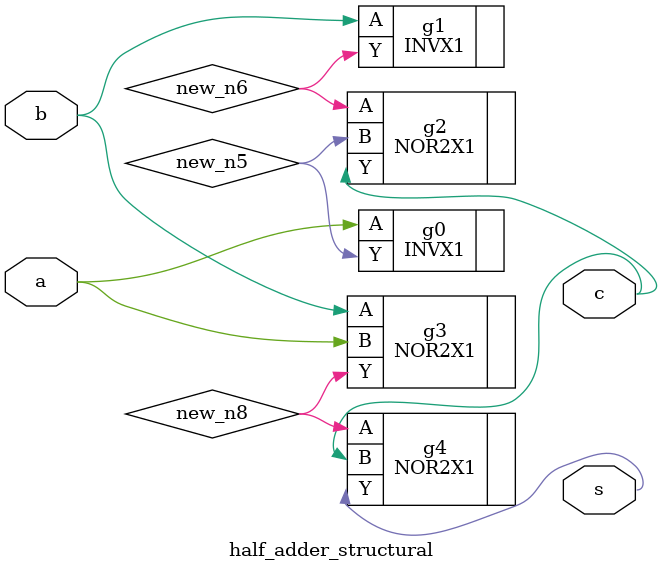
<source format=v>
module half_adder_structural ( 
    a, b,
    s, c  );
  input  a, b;
  output c, s;
  wire new_n5, new_n6, new_n8;
  INVX1  g0(.A(a), .Y(new_n5));
  INVX1  g1(.A(b), .Y(new_n6));
  NOR2X1 g2(.A(new_n6), .B(new_n5), .Y(c));
  NOR2X1 g3(.A(b), .B(a), .Y(new_n8));
  NOR2X1 g4(.A(new_n8), .B(c), .Y(s));
endmodule



</source>
